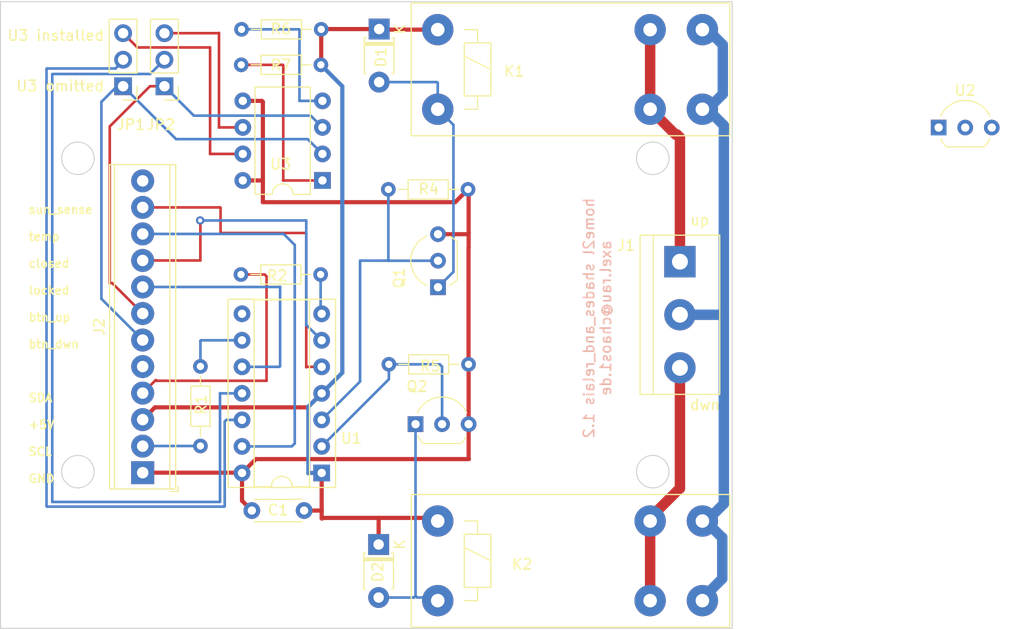
<source format=kicad_pcb>
(kicad_pcb (version 20240108) (generator "pcbnew") (generator_version "8.0")
  (title_block (title "home2l shades_and_relais - Firmware: winl") (date "2023-01-30") (rev "1.2") (company "axel.rau@chaos1.de") (comment 1 "Design based on https://github.com/gkiefer/home2l/tree/master/brownies/circuits") (comment 2 "The home2l Project: https://github.com/gkiefer/home2l") (comment 3 "This project: https://github.com/mc3/home2l") (comment 4 "Combienes a Brownie and 2 relais as schade actors"))
  (layers (0 "F.Cu" signal) (31 "B.Cu" signal) (34 "B.Paste" user) (35 "F.Paste" user) (36 "B.SilkS" user "B.Silkscreen") (37 "F.SilkS" user "F.Silkscreen") (38 "B.Mask" user) (39 "F.Mask" user) (44 "Edge.Cuts" user))
  (net 0 "")
  (net 1 "GND")
  (net 2 "/SDA")
  (net 3 "/SCL")
  (net 4 "+5V")
  (net 5 "Net-(D1-Pad2)")
  (net 6 "/dwn")
  (net 7 "/shades_0_act_up")
  (net 8 "/shades_0_act_dn")
  (net 11 "/line_pwr_in")
  (net 12 "/window_closed")
  (net 13 "/window_locked")
  (net 14 "/shades_0_btn_up")
  (net 15 "/shades_0_btn_dn")
  (net 16 "/temp")
  (net 20 "/line_pwr_up")
  (net 21 "/line_pwr_dwn")
  (net 22 "/shades_btn_dn")
  (net 23 "Net-(JP1-Pad3)")
  (net 24 "/shades_btn_up")
  (net 25 "Net-(JP2-Pad3)")
  (net 26 "Net-(R6-Pad2)")
  (net 27 "Net-(R7-Pad2)")
  (net 28 "/shades_0_sun_sense")
  (net 30 "/scl")
  (net 31 "/sda")
  (footprint "Package_DIP:DIP-8_W7.62mm" (layer "F.Cu") (at 62.1 111.02 180)
    (property "Reference" "U3" (at 4.01 1.57 0) (layer "F.SilkS"))
    (property "Value" "ILD74")
    (fp_line (start 6.46 8.95) (end 6.46 -1.33) (stroke (width 0.12)) (layer "F.SilkS"))
    (fp_line (start 6.46 -1.33) (end 4.81 -1.33) (stroke (width 0.12)) (layer "F.SilkS"))
    (fp_line (start 2.81 -1.33) (end 1.16 -1.33) (stroke (width 0.12)) (layer "F.SilkS"))
    (fp_line (start 1.16 8.95) (end 6.46 8.95) (stroke (width 0.12)) (layer "F.SilkS"))
    (fp_line (start 1.16 -1.33) (end 1.16 8.95) (stroke (width 0.12)) (layer "F.SilkS"))
    (fp_arc (start 4.81 -1.33) (mid 3.81 -0.33) (end 2.81 -1.33) (stroke (width 0.12)) (layer "F.SilkS"))
    (pad "1" thru_hole rect (at 0 0 180) (size 1.6 1.6) (drill 0.8) (layers "*.Cu" "*.Mask") (net 27 "Net-(R7-Pad2)"))
    (pad "2" thru_hole oval (at 0 2.54 180) (size 1.6 1.6) (drill 0.8) (layers "*.Cu" "*.Mask") (net 22 "/shades_btn_dn"))
    (pad "3" thru_hole oval (at 0 5.08 180) (size 1.6 1.6) (drill 0.8) (layers "*.Cu" "*.Mask") (net 24 "/shades_btn_up"))
    (pad "4" thru_hole oval (at 0 7.62 180) (size 1.6 1.6) (drill 0.8) (layers "*.Cu" "*.Mask") (net 26 "Net-(R6-Pad2)"))
    (pad "5" thru_hole oval (at 7.62 7.62 180) (size 1.6 1.6) (drill 0.8) (layers "*.Cu" "*.Mask") (net 1 "GND"))
    (pad "6" thru_hole oval (at 7.62 5.08 180) (size 1.6 1.6) (drill 0.8) (layers "*.Cu" "*.Mask") (net 25 "Net-(JP2-Pad3)"))
    (pad "7" thru_hole oval (at 7.62 2.54 180) (size 1.6 1.6) (drill 0.8) (layers "*.Cu" "*.Mask") (net 23 "Net-(JP1-Pad3)"))
    (pad "8" thru_hole oval (at 7.62 0 180) (size 1.6 1.6) (drill 0.8) (layers "*.Cu" "*.Mask") (net 1 "GND"))
  )
  (footprint "Relay_THT:Relay_SPST_Schrack-RP-II-1-16A-FormA_RM5mm" (layer "F.Cu") (at 73.13 143.63)
    (property "Reference" "K2" (at 8.07 4.14 0) (layer "F.SilkS"))
    (property "Value" "HF115F 005-1HS3B")
    (fp_line (start -2.54 -2.54) (end 27.94 -2.54) (stroke (width 0.12)) (layer "F.SilkS"))
    (fp_line (start -2.54 10.16) (end -2.54 -2.54) (stroke (width 0.12)) (layer "F.SilkS"))
    (fp_line (start 2.54 0) (end 3.81 0) (stroke (width 0.12)) (layer "F.SilkS"))
    (fp_line (start 2.54 1.27) (end 3.81 1.27) (stroke (width 0.12)) (layer "F.SilkS"))
    (fp_line (start 2.54 2.54) (end 5.08 3.81) (stroke (width 0.12)) (layer "F.SilkS"))
    (fp_line (start 2.54 6.35) (end 2.54 1.27) (stroke (width 0.12)) (layer "F.SilkS"))
    (fp_line (start 3.81 0) (end 3.81 1.27) (stroke (width 0.12)) (layer "F.SilkS"))
    (fp_line (start 3.81 1.27) (end 5.08 1.27) (stroke (width 0.12)) (layer "F.SilkS"))
    (fp_line (start 3.81 6.35) (end 3.81 7.62) (stroke (width 0.12)) (layer "F.SilkS"))
    (fp_line (start 3.81 7.62) (end 2.54 7.62) (stroke (width 0.12)) (layer "F.SilkS"))
    (fp_line (start 5.08 1.27) (end 5.08 6.35) (stroke (width 0.12)) (layer "F.SilkS"))
    (fp_line (start 5.08 6.35) (end 2.54 6.35) (stroke (width 0.12)) (layer "F.SilkS"))
    (fp_line (start 27.94 -2.54) (end 27.94 10.16) (stroke (width 0.12)) (layer "F.SilkS"))
    (fp_line (start 27.94 10.16) (end -2.54 10.16) (stroke (width 0.12)) (layer "F.SilkS"))
    (pad "11" thru_hole circle (at 20.32 0) (size 3 3) (drill 1.3) (layers "*.Cu" "*.Mask") (net 21 "/line_pwr_dwn"))
    (pad "11" thru_hole circle (at 20.32 7.62) (size 3 3) (drill 1.3) (layers "*.Cu" "*.Mask") (net 21 "/line_pwr_dwn"))
    (pad "14" thru_hole circle (at 25.32 0) (size 3 3) (drill 1.3) (layers "*.Cu" "*.Mask") (net 11 "/line_pwr_in"))
    (pad "14" thru_hole circle (at 25.32 7.62) (size 3 3) (drill 1.3) (layers "*.Cu" "*.Mask") (net 11 "/line_pwr_in"))
    (pad "A1" thru_hole circle (at 0 0) (size 3 3) (drill 1.3) (layers "*.Cu" "*.Mask") (net 4 "+5V"))
    (pad "A2" thru_hole circle (at 0 7.62) (size 3 3) (drill 1.3) (layers "*.Cu" "*.Mask") (net 6 "/dwn"))
  )
  (footprint "Diode_THT:D_T-1_P5.08mm_Horizontal" (layer "F.Cu") (at 67.475 145.875 -90)
    (property "Reference" "D2" (at 2.64 0.08 90) (layer "F.SilkS"))
    (property "Value" "1N400X")
    (fp_line (start 0.82 1.42) (end 4.26 1.42) (stroke (width 0.12)) (layer "F.SilkS"))
    (fp_line (start 4.26 1.42) (end 4.26 1.24) (stroke (width 0.12)) (layer "F.SilkS"))
    (fp_line (start 0.82 1.24) (end 0.82 1.42) (stroke (width 0.12)) (layer "F.SilkS"))
    (fp_line (start 0.82 -1.24) (end 0.82 -1.42) (stroke (width 0.12)) (layer "F.SilkS"))
    (fp_line (start 0.82 -1.42) (end 4.26 -1.42) (stroke (width 0.12)) (layer "F.SilkS"))
    (fp_line (start 1.3 -1.42) (end 1.3 1.42) (stroke (width 0.12)) (layer "F.SilkS"))
    (fp_line (start 1.42 -1.42) (end 1.42 1.42) (stroke (width 0.12)) (layer "F.SilkS"))
    (fp_line (start 1.54 -1.42) (end 1.54 1.42) (stroke (width 0.12)) (layer "F.SilkS"))
    (fp_line (start 4.26 -1.42) (end 4.26 -1.24) (stroke (width 0.12)) (layer "F.SilkS"))
    (fp_text user "K" (at 0 -2 90) (layer "F.SilkS"))
    (pad "1" thru_hole rect (at 0 0 270) (size 2 2) (drill 1) (layers "*.Cu" "*.Mask") (net 4 "+5V"))
    (pad "2" thru_hole oval (at 5.08 0 270) (size 2 2) (drill 1) (layers "*.Cu" "*.Mask") (net 6 "/dwn"))
  )
  (footprint "Resistor_THT:R_Axial_DIN0204_L3.6mm_D1.6mm_P7.62mm_Horizontal" (layer "F.Cu") (at 76.025 111.875 180)
    (property "Reference" "R4" (at 3.76 0.03 0) (layer "F.SilkS"))
    (property "Value" "47k")
    (fp_line (start 6.68 0) (end 5.73 0) (stroke (width 0.12)) (layer "F.SilkS"))
    (fp_line (start 5.73 0.92) (end 5.73 -0.92) (stroke (width 0.12)) (layer "F.SilkS"))
    (fp_line (start 5.73 -0.92) (end 1.89 -0.92) (stroke (width 0.12)) (layer "F.SilkS"))
    (fp_line (start 1.89 0.92) (end 5.73 0.92) (stroke (width 0.12)) (layer "F.SilkS"))
    (fp_line (start 1.89 -0.92) (end 1.89 0.92) (stroke (width 0.12)) (layer "F.SilkS"))
    (fp_line (start 0.94 0) (end 1.89 0) (stroke (width 0.12)) (layer "F.SilkS"))
    (pad "1" thru_hole circle (at 0 0 180) (size 1.4 1.4) (drill 0.7) (layers "*.Cu" "*.Mask") (net 1 "GND"))
    (pad "2" thru_hole oval (at 7.62 0 180) (size 1.4 1.4) (drill 0.7) (layers "*.Cu" "*.Mask") (net 7 "/shades_0_act_up"))
  )
  (footprint "Package_TO_SOT_THT:TO-92_Inline_Wide" (layer "F.Cu") (at 73.155 121.245 90)
    (property "Reference" "Q1" (at 0.89 -3.71 90) (layer "F.SilkS"))
    (property "Value" "BS170")
    (fp_line (start 0.74 1.85) (end 4.34 1.85) (stroke (width 0.12)) (layer "F.SilkS"))
    (fp_arc (start 2.54 -2.6) (mid 3.936979 -2.192818) (end 4.8964 -1.098807) (stroke (width 0.12)) (layer "F.SilkS"))
    (fp_arc (start 0.1836 -1.098807) (mid 1.143021 -2.192817) (end 2.54 -2.6) (stroke (width 0.12)) (layer "F.SilkS"))
    (fp_arc (start 4.864184 1.122795) (mid 4.633903 1.509328) (end 4.34 1.85) (stroke (width 0.12)) (layer "F.SilkS"))
    (fp_arc (start 0.74 1.85) (mid 0.446097 1.509328) (end 0.215816 1.122795) (stroke (width 0.12)) (layer "F.SilkS"))
    (pad "1" thru_hole rect (at 0 0 90) (size 1.5 1.5) (drill 0.8) (layers "*.Cu" "*.Mask") (net 5 "Net-(D1-Pad2)"))
    (pad "2" thru_hole circle (at 2.54 0 90) (size 1.5 1.5) (drill 0.8) (layers "*.Cu" "*.Mask") (net 7 "/shades_0_act_up"))
    (pad "3" thru_hole circle (at 5.08 0 90) (size 1.5 1.5) (drill 0.8) (layers "*.Cu" "*.Mask") (net 1 "GND"))
  )
  (footprint "Resistor_THT:R_Axial_DIN0204_L3.6mm_D1.6mm_P7.62mm_Horizontal" (layer "F.Cu") (at 61.98 96.55 180)
    (property "Reference" "R6" (at 3.86 0.03 0) (layer "F.SilkS"))
    (property "Value" "180")
    (fp_line (start 6.68 0) (end 5.73 0) (stroke (width 0.12)) (layer "F.SilkS"))
    (fp_line (start 5.73 0.92) (end 5.73 -0.92) (stroke (width 0.12)) (layer "F.SilkS"))
    (fp_line (start 5.73 -0.92) (end 1.89 -0.92) (stroke (width 0.12)) (layer "F.SilkS"))
    (fp_line (start 1.89 0.92) (end 5.73 0.92) (stroke (width 0.12)) (layer "F.SilkS"))
    (fp_line (start 1.89 -0.92) (end 1.89 0.92) (stroke (width 0.12)) (layer "F.SilkS"))
    (fp_line (start 0.94 0) (end 1.89 0) (stroke (width 0.12)) (layer "F.SilkS"))
    (pad "1" thru_hole circle (at 0 0 180) (size 1.4 1.4) (drill 0.7) (layers "*.Cu" "*.Mask") (net 4 "+5V"))
    (pad "2" thru_hole oval (at 7.62 0 180) (size 1.4 1.4) (drill 0.7) (layers "*.Cu" "*.Mask") (net 26 "Net-(R6-Pad2)"))
  )
  (footprint "TerminalBlock_Phoenix:TerminalBlock_Phoenix_MPT-0,5-12-2.54_1x12_P2.54mm_Horizontal" (layer "F.Cu") (at 44.9 139 90)
    (property "Reference" "J2" (at 13.97 -4.16 90) (layer "F.SilkS"))
    (property "Value" " ")
    (fp_line (start 29.501 -3.16) (end 29.501 3.16) (stroke (width 0.12)) (layer "F.SilkS"))
    (fp_line (start -1.56 -3.16) (end 29.501 -3.16) (stroke (width 0.12)) (layer "F.SilkS"))
    (fp_line (start -1.56 -3.16) (end -1.56 3.16) (stroke (width 0.12)) (layer "F.SilkS"))
    (fp_line (start -1.56 -2.7) (end 29.501 -2.7) (stroke (width 0.12)) (layer "F.SilkS"))
    (fp_line (start -1.56 2.6) (end 29.501 2.6) (stroke (width 0.12)) (layer "F.SilkS"))
    (fp_line (start -1.8 2.66) (end -1.8 3.4) (stroke (width 0.12)) (layer "F.SilkS"))
    (fp_line (start -1.56 3.16) (end 29.501 3.16) (stroke (width 0.12)) (layer "F.SilkS"))
    (fp_line (start -1.8 3.4) (end -1.3 3.4) (stroke (width 0.12)) (layer "F.SilkS"))
    (pad "1" thru_hole rect (at 0 0 90) (size 2.2 2.2) (drill 1.1) (layers "*.Cu" "*.Mask") (net 1 "GND"))
    (pad "2" thru_hole circle (at 2.54 0 90) (size 2.2 2.2) (drill 1.1) (layers "*.Cu" "*.Mask") (net 30 "/scl"))
    (pad "3" thru_hole circle (at 5.08 0 90) (size 2.2 2.2) (drill 1.1) (layers "*.Cu" "*.Mask") (net 4 "+5V"))
    (pad "4" thru_hole circle (at 7.62 0 90) (size 2.2 2.2) (drill 1.1) (layers "*.Cu" "*.Mask") (net 31 "/sda"))
    (pad "5" thru_hole circle (at 10.16 0 90) (size 2.2 2.2) (drill 1.1) (layers "*.Cu" "*.Mask"))
    (pad "6" thru_hole circle (at 12.7 0 90) (size 2.2 2.2) (drill 1.1) (layers "*.Cu" "*.Mask") (net 22 "/shades_btn_dn"))
    (pad "7" thru_hole circle (at 15.24 0 90) (size 2.2 2.2) (drill 1.1) (layers "*.Cu" "*.Mask") (net 24 "/shades_btn_up"))
    (pad "8" thru_hole circle (at 17.78 0 90) (size 2.2 2.2) (drill 1.1) (layers "*.Cu" "*.Mask") (net 13 "/window_locked"))
    (pad "9" thru_hole circle (at 20.32 0 90) (size 2.2 2.2) (drill 1.1) (layers "*.Cu" "*.Mask") (net 12 "/window_closed"))
    (pad "10" thru_hole circle (at 22.86 0 90) (size 2.2 2.2) (drill 1.1) (layers "*.Cu" "*.Mask") (net 16 "/temp"))
    (pad "11" thru_hole circle (at 25.4 0 90) (size 2.2 2.2) (drill 1.1) (layers "*.Cu" "*.Mask") (net 28 "/shades_0_sun_sense"))
    (pad "12" thru_hole circle (at 27.94 0 90) (size 2.2 2.2) (drill 1.1) (layers "*.Cu" "*.Mask"))
  )
  (footprint "Package_DIP:DIP-14_W7.62mm_Socket" (layer "F.Cu") (at 62.025 139.025 180)
    (property "Reference" "U1" (at -2.84 3.32 0) (layer "F.SilkS"))
    (property "Value" "ATtiny84-20PU")
    (fp_line (start 8.95 16.63) (end 8.95 -1.39) (stroke (width 0.12)) (layer "F.SilkS"))
    (fp_line (start 8.95 -1.39) (end -1.33 -1.39) (stroke (width 0.12)) (layer "F.SilkS"))
    (fp_line (start 6.46 16.57) (end 6.46 -1.33) (stroke (width 0.12)) (layer "F.SilkS"))
    (fp_line (start 6.46 -1.33) (end 4.81 -1.33) (stroke (width 0.12)) (layer "F.SilkS"))
    (fp_line (start 2.81 -1.33) (end 1.16 -1.33) (stroke (width 0.12)) (layer "F.SilkS"))
    (fp_line (start 1.16 16.57) (end 6.46 16.57) (stroke (width 0.12)) (layer "F.SilkS"))
    (fp_line (start 1.16 -1.33) (end 1.16 16.57) (stroke (width 0.12)) (layer "F.SilkS"))
    (fp_line (start -1.33 16.63) (end 8.95 16.63) (stroke (width 0.12)) (layer "F.SilkS"))
    (fp_line (start -1.33 -1.39) (end -1.33 16.63) (stroke (width 0.12)) (layer "F.SilkS"))
    (fp_arc (start 4.81 -1.33) (mid 3.81 -0.33) (end 2.81 -1.33) (stroke (width 0.12)) (layer "F.SilkS"))
    (pad "1" thru_hole rect (at 0 0 180) (size 1.6 1.6) (drill 0.8) (layers "*.Cu" "*.Mask") (net 4 "+5V"))
    (pad "2" thru_hole oval (at 0 2.54 180) (size 1.6 1.6) (drill 0.8) (layers "*.Cu" "*.Mask") (net 8 "/shades_0_act_dn"))
    (pad "3" thru_hole oval (at 0 5.08 180) (size 1.6 1.6) (drill 0.8) (layers "*.Cu" "*.Mask") (net 7 "/shades_0_act_up"))
    (pad "4" thru_hole oval (at 0 7.62 180) (size 1.6 1.6) (drill 0.8) (layers "*.Cu" "*.Mask") (net 4 "+5V"))
    (pad "5" thru_hole oval (at 0 10.16 180) (size 1.6 1.6) (drill 0.8) (layers "*.Cu" "*.Mask") (net 28 "/shades_0_sun_sense"))
    (pad "6" thru_hole oval (at 0 12.7 180) (size 1.6 1.6) (drill 0.8) (layers "*.Cu" "*.Mask") (net 12 "/window_closed"))
    (pad "7" thru_hole oval (at 0 15.24 180) (size 1.6 1.6) (drill 0.8) (layers "*.Cu" "*.Mask") (net 2 "/SDA"))
    (pad "8" thru_hole oval (at 7.62 15.24 180) (size 1.6 1.6) (drill 0.8) (layers "*.Cu" "*.Mask"))
    (pad "9" thru_hole oval (at 7.62 12.7 180) (size 1.6 1.6) (drill 0.8) (layers "*.Cu" "*.Mask") (net 3 "/SCL"))
    (pad "10" thru_hole oval (at 7.62 10.16 180) (size 1.6 1.6) (drill 0.8) (layers "*.Cu" "*.Mask") (net 13 "/window_locked"))
    (pad "11" thru_hole oval (at 7.62 7.62 180) (size 1.6 1.6) (drill 0.8) (layers "*.Cu" "*.Mask") (net 14 "/shades_0_btn_up"))
    (pad "12" thru_hole oval (at 7.62 5.08 180) (size 1.6 1.6) (drill 0.8) (layers "*.Cu" "*.Mask") (net 15 "/shades_0_btn_dn"))
    (pad "13" thru_hole oval (at 7.62 2.54 180) (size 1.6 1.6) (drill 0.8) (layers "*.Cu" "*.Mask") (net 16 "/temp"))
    (pad "14" thru_hole oval (at 7.62 0 180) (size 1.6 1.6) (drill 0.8) (layers "*.Cu" "*.Mask") (net 1 "GND"))
  )
  (footprint "Connector_PinHeader_2.54mm:PinHeader_1x03_P2.54mm_Vertical" (layer "F.Cu") (at 43.03 102 180)
    (property "Reference" "JP1" (at -0.75 -3.68 0) (layer "F.SilkS"))
    (property "Value" " ")
    (fp_line (start 1.33 1.27) (end 1.33 6.41) (stroke (width 0.12)) (layer "F.SilkS"))
    (fp_line (start -1.33 6.41) (end 1.33 6.41) (stroke (width 0.12)) (layer "F.SilkS"))
    (fp_line (start -1.33 1.27) (end 1.33 1.27) (stroke (width 0.12)) (layer "F.SilkS"))
    (fp_line (start -1.33 1.27) (end -1.33 6.41) (stroke (width 0.12)) (layer "F.SilkS"))
    (fp_line (start -1.33 0) (end -1.33 -1.33) (stroke (width 0.12)) (layer "F.SilkS"))
    (fp_line (start -1.33 -1.33) (end 0 -1.33) (stroke (width 0.12)) (layer "F.SilkS"))
    (pad "1" thru_hole rect (at 0 0 180) (size 1.7 1.7) (drill 1) (layers "*.Cu" "*.Mask") (net 22 "/shades_btn_dn"))
    (pad "2" thru_hole oval (at 0 2.54 180) (size 1.7 1.7) (drill 1) (layers "*.Cu" "*.Mask") (net 15 "/shades_0_btn_dn"))
    (pad "3" thru_hole oval (at 0 5.08 180) (size 1.7 1.7) (drill 1) (layers "*.Cu" "*.Mask") (net 23 "Net-(JP1-Pad3)"))
  )
  (footprint "Package_TO_SOT_THT:TO-92_Inline_Wide" (layer "F.Cu") (at 121.055 105.955)
    (property "Reference" "U2" (at 2.54 -3.56 0) (layer "F.SilkS"))
    (property "Value" "TSIC306-TO92")
    (fp_line (start 0.74 1.85) (end 4.34 1.85) (stroke (width 0.12)) (layer "F.SilkS"))
    (fp_arc (start 0.1836 -1.098807) (mid 1.143021 -2.192817) (end 2.54 -2.6) (stroke (width 0.12)) (layer "F.SilkS"))
    (fp_arc (start 0.74 1.85) (mid 0.446097 1.509328) (end 0.215816 1.122795) (stroke (width 0.12)) (layer "F.SilkS"))
    (fp_arc (start 2.54 -2.6) (mid 3.936979 -2.192818) (end 4.8964 -1.098807) (stroke (width 0.12)) (layer "F.SilkS"))
    (fp_arc (start 4.864184 1.122795) (mid 4.633903 1.509328) (end 4.34 1.85) (stroke (width 0.12)) (layer "F.SilkS"))
    (pad "1" thru_hole rect (at 0 0) (size 1.5 1.5) (drill 0.8) (layers "*.Cu" "*.Mask"))
    (pad "2" thru_hole circle (at 2.54 0) (size 1.5 1.5) (drill 0.8) (layers "*.Cu" "*.Mask"))
    (pad "3" thru_hole circle (at 5.08 0) (size 1.5 1.5) (drill 0.8) (layers "*.Cu" "*.Mask"))
  )
  (footprint "Package_TO_SOT_THT:TO-92_Inline_Wide" (layer "F.Cu") (at 71.005 134.355)
    (property "Reference" "Q2" (at 0.14 -3.61 0) (layer "F.SilkS"))
    (property "Value" "BS170")
    (fp_line (start 0.74 1.85) (end 4.34 1.85) (stroke (width 0.12)) (layer "F.SilkS"))
    (fp_arc (start 0.1836 -1.098807) (mid 1.143021 -2.192817) (end 2.54 -2.6) (stroke (width 0.12)) (layer "F.SilkS"))
    (fp_arc (start 0.74 1.85) (mid 0.446097 1.509328) (end 0.215816 1.122795) (stroke (width 0.12)) (layer "F.SilkS"))
    (fp_arc (start 2.54 -2.6) (mid 3.936979 -2.192818) (end 4.8964 -1.098807) (stroke (width 0.12)) (layer "F.SilkS"))
    (fp_arc (start 4.864184 1.122795) (mid 4.633903 1.509328) (end 4.34 1.85) (stroke (width 0.12)) (layer "F.SilkS"))
    (pad "1" thru_hole rect (at 0 0) (size 1.5 1.5) (drill 0.8) (layers "*.Cu" "*.Mask") (net 6 "/dwn"))
    (pad "2" thru_hole circle (at 2.54 0) (size 1.5 1.5) (drill 0.8) (layers "*.Cu" "*.Mask") (net 8 "/shades_0_act_dn"))
    (pad "3" thru_hole circle (at 5.08 0) (size 1.5 1.5) (drill 0.8) (layers "*.Cu" "*.Mask") (net 1 "GND"))
  )
  (footprint "Resistor_THT:R_Axial_DIN0204_L3.6mm_D1.6mm_P7.62mm_Horizontal" (layer "F.Cu") (at 76.075 128.625 180)
    (property "Reference" "R5" (at 3.66 -0.17 0) (layer "F.SilkS"))
    (property "Value" "47k")
    (fp_line (start 6.68 0) (end 5.73 0) (stroke (width 0.12)) (layer "F.SilkS"))
    (fp_line (start 5.73 0.92) (end 5.73 -0.92) (stroke (width 0.12)) (layer "F.SilkS"))
    (fp_line (start 5.73 -0.92) (end 1.89 -0.92) (stroke (width 0.12)) (layer "F.SilkS"))
    (fp_line (start 1.89 0.92) (end 5.73 0.92) (stroke (width 0.12)) (layer "F.SilkS"))
    (fp_line (start 1.89 -0.92) (end 1.89 0.92) (stroke (width 0.12)) (layer "F.SilkS"))
    (fp_line (start 0.94 0) (end 1.89 0) (stroke (width 0.12)) (layer "F.SilkS"))
    (pad "1" thru_hole circle (at 0 0 180) (size 1.4 1.4) (drill 0.7) (layers "*.Cu" "*.Mask") (net 1 "GND"))
    (pad "2" thru_hole oval (at 7.62 0 180) (size 1.4 1.4) (drill 0.7) (layers "*.Cu" "*.Mask") (net 8 "/shades_0_act_dn"))
  )
  (footprint "Connector_PinHeader_2.54mm:PinHeader_1x03_P2.54mm_Vertical" (layer "F.Cu") (at 46.98 102 180)
    (property "Reference" "JP2" (at 0.35 -3.68 180) (layer "F.SilkS"))
    (property "Value" " ")
    (fp_line (start 1.33 1.27) (end 1.33 6.41) (stroke (width 0.12)) (layer "F.SilkS"))
    (fp_line (start -1.33 6.41) (end 1.33 6.41) (stroke (width 0.12)) (layer "F.SilkS"))
    (fp_line (start -1.33 1.27) (end 1.33 1.27) (stroke (width 0.12)) (layer "F.SilkS"))
    (fp_line (start -1.33 1.27) (end -1.33 6.41) (stroke (width 0.12)) (layer "F.SilkS"))
    (fp_line (start -1.33 0) (end -1.33 -1.33) (stroke (width 0.12)) (layer "F.SilkS"))
    (fp_line (start -1.33 -1.33) (end 0 -1.33) (stroke (width 0.12)) (layer "F.SilkS"))
    (pad "1" thru_hole rect (at 0 0 180) (size 1.7 1.7) (drill 1) (layers "*.Cu" "*.Mask") (net 24 "/shades_btn_up"))
    (pad "2" thru_hole oval (at 0 2.54 180) (size 1.7 1.7) (drill 1) (layers "*.Cu" "*.Mask") (net 14 "/shades_0_btn_up"))
    (pad "3" thru_hole oval (at 0 5.08 180) (size 1.7 1.7) (drill 1) (layers "*.Cu" "*.Mask") (net 25 "Net-(JP2-Pad3)"))
  )
  (footprint "Resistor_THT:R_Axial_DIN0204_L3.6mm_D1.6mm_P7.62mm_Horizontal" (layer "F.Cu") (at 61.95 99.95 180)
    (property "Reference" "R7" (at 3.81 -0.02 0) (layer "F.SilkS"))
    (property "Value" "180")
    (fp_line (start 6.68 0) (end 5.73 0) (stroke (width 0.12)) (layer "F.SilkS"))
    (fp_line (start 5.73 0.92) (end 5.73 -0.92) (stroke (width 0.12)) (layer "F.SilkS"))
    (fp_line (start 5.73 -0.92) (end 1.89 -0.92) (stroke (width 0.12)) (layer "F.SilkS"))
    (fp_line (start 1.89 0.92) (end 5.73 0.92) (stroke (width 0.12)) (layer "F.SilkS"))
    (fp_line (start 1.89 -0.92) (end 1.89 0.92) (stroke (width 0.12)) (layer "F.SilkS"))
    (fp_line (start 0.94 0) (end 1.89 0) (stroke (width 0.12)) (layer "F.SilkS"))
    (pad "1" thru_hole circle (at 0 0 180) (size 1.4 1.4) (drill 0.7) (layers "*.Cu" "*.Mask") (net 4 "+5V"))
    (pad "2" thru_hole oval (at 7.62 0 180) (size 1.4 1.4) (drill 0.7) (layers "*.Cu" "*.Mask") (net 27 "Net-(R7-Pad2)"))
  )
  (footprint "Resistor_THT:R_Axial_DIN0204_L3.6mm_D1.6mm_P7.62mm_Horizontal" (layer "F.Cu") (at 50.425 128.825 -90)
    (property "Reference" "R1" (at 3.66 -0.07 90) (layer "F.SilkS"))
    (property "Value" "100")
    (fp_line (start 1.89 0.92) (end 5.73 0.92) (stroke (width 0.12)) (layer "F.SilkS"))
    (fp_line (start 5.73 0.92) (end 5.73 -0.92) (stroke (width 0.12)) (layer "F.SilkS"))
    (fp_line (start 0.94 0) (end 1.89 0) (stroke (width 0.12)) (layer "F.SilkS"))
    (fp_line (start 6.68 0) (end 5.73 0) (stroke (width 0.12)) (layer "F.SilkS"))
    (fp_line (start 1.89 -0.92) (end 1.89 0.92) (stroke (width 0.12)) (layer "F.SilkS"))
    (fp_line (start 5.73 -0.92) (end 1.89 -0.92) (stroke (width 0.12)) (layer "F.SilkS"))
    (pad "1" thru_hole circle (at 0 0 270) (size 1.4 1.4) (drill 0.7) (layers "*.Cu" "*.Mask") (net 3 "/SCL"))
    (pad "2" thru_hole oval (at 7.62 0 270) (size 1.4 1.4) (drill 0.7) (layers "*.Cu" "*.Mask") (net 30 "/scl"))
  )
  (footprint "Resistor_THT:R_Axial_DIN0204_L3.6mm_D1.6mm_P7.62mm_Horizontal" (layer "F.Cu") (at 61.925 120.025 180)
    (property "Reference" "R2" (at 4.16 -0.12 0) (layer "F.SilkS"))
    (property "Value" "100")
    (fp_line (start 6.68 0) (end 5.73 0) (stroke (width 0.12)) (layer "F.SilkS"))
    (fp_line (start 5.73 0.92) (end 5.73 -0.92) (stroke (width 0.12)) (layer "F.SilkS"))
    (fp_line (start 5.73 -0.92) (end 1.89 -0.92) (stroke (width 0.12)) (layer "F.SilkS"))
    (fp_line (start 1.89 0.92) (end 5.73 0.92) (stroke (width 0.12)) (layer "F.SilkS"))
    (fp_line (start 1.89 -0.92) (end 1.89 0.92) (stroke (width 0.12)) (layer "F.SilkS"))
    (fp_line (start 0.94 0) (end 1.89 0) (stroke (width 0.12)) (layer "F.SilkS"))
    (pad "1" thru_hole circle (at 0 0 180) (size 1.4 1.4) (drill 0.7) (layers "*.Cu" "*.Mask") (net 2 "/SDA"))
    (pad "2" thru_hole oval (at 7.62 0 180) (size 1.4 1.4) (drill 0.7) (layers "*.Cu" "*.Mask") (net 31 "/sda"))
  )
  (footprint "TerminalBlock:TerminalBlock_bornier-3_P5.08mm" (layer "F.Cu") (at 96.3 118.8 -90)
    (property "Reference" "J1" (at -1.55 5.15 180) (layer "F.SilkS"))
    (property "Value" " ")
    (fp_line (start -2.54 3.81) (end 12.7 3.81) (stroke (width 0.12)) (layer "F.SilkS"))
    (fp_line (start -2.54 3.81) (end -2.54 -3.81) (stroke (width 0.12)) (layer "F.SilkS"))
    (fp_line (start 12.7 3.81) (end 12.7 -3.81) (stroke (width 0.12)) (layer "F.SilkS"))
    (fp_line (start -2.54 2.54) (end 12.7 2.54) (stroke (width 0.12)) (layer "F.SilkS"))
    (fp_line (start -2.54 -3.81) (end 12.7 -3.81) (stroke (width 0.12)) (layer "F.SilkS"))
    (pad "1" thru_hole rect (at 0 0 270) (size 3 3) (drill 1.52) (layers "*.Cu" "*.Mask") (net 20 "/line_pwr_up"))
    (pad "2" thru_hole circle (at 5.08 0 270) (size 3 3) (drill 1.52) (layers "*.Cu" "*.Mask") (net 11 "/line_pwr_in"))
    (pad "3" thru_hole circle (at 10.16 0 270) (size 3 3) (drill 1.52) (layers "*.Cu" "*.Mask") (net 21 "/line_pwr_dwn"))
  )
  (footprint "Diode_THT:D_T-1_P5.08mm_Horizontal" (layer "F.Cu") (at 67.525 96.525 -90)
    (property "Reference" "D1" (at 2.69 -0.17 90) (layer "F.SilkS"))
    (property "Value" "1N400X")
    (fp_line (start 0.82 1.42) (end 4.26 1.42) (stroke (width 0.12)) (layer "F.SilkS"))
    (fp_line (start 4.26 1.42) (end 4.26 1.24) (stroke (width 0.12)) (layer "F.SilkS"))
    (fp_line (start 0.82 1.24) (end 0.82 1.42) (stroke (width 0.12)) (layer "F.SilkS"))
    (fp_line (start 0.82 -1.24) (end 0.82 -1.42) (stroke (width 0.12)) (layer "F.SilkS"))
    (fp_line (start 0.82 -1.42) (end 4.26 -1.42) (stroke (width 0.12)) (layer "F.SilkS"))
    (fp_line (start 1.3 -1.42) (end 1.3 1.42) (stroke (width 0.12)) (layer "F.SilkS"))
    (fp_line (start 1.42 -1.42) (end 1.42 1.42) (stroke (width 0.12)) (layer "F.SilkS"))
    (fp_line (start 1.54 -1.42) (end 1.54 1.42) (stroke (width 0.12)) (layer "F.SilkS"))
    (fp_line (start 4.26 -1.42) (end 4.26 -1.24) (stroke (width 0.12)) (layer "F.SilkS"))
    (fp_text user "K" (at 0 -2 90) (layer "F.SilkS"))
    (pad "1" thru_hole rect (at 0 0 270) (size 2 2) (drill 1) (layers "*.Cu" "*.Mask") (net 4 "+5V"))
    (pad "2" thru_hole oval (at 5.08 0 270) (size 2 2) (drill 1) (layers "*.Cu" "*.Mask") (net 5 "Net-(D1-Pad2)"))
  )
  (footprint "Relay_THT:Relay_SPST_Schrack-RP-II-1-16A-FormA_RM5mm" (layer "F.Cu") (at 73.13 96.58)
    (property "Reference" "K1" (at 7.32 3.99 0) (layer "F.SilkS"))
    (property "Value" "HF115F 005-1HS3B")
    (fp_line (start -2.54 -2.54) (end 27.94 -2.54) (stroke (width 0.12)) (layer "F.SilkS"))
    (fp_line (start -2.54 10.16) (end -2.54 -2.54) (stroke (width 0.12)) (layer "F.SilkS"))
    (fp_line (start 2.54 0) (end 3.81 0) (stroke (width 0.12)) (layer "F.SilkS"))
    (fp_line (start 2.54 1.27) (end 3.81 1.27) (stroke (width 0.12)) (layer "F.SilkS"))
    (fp_line (start 2.54 2.54) (end 5.08 3.81) (stroke (width 0.12)) (layer "F.SilkS"))
    (fp_line (start 2.54 6.35) (end 2.54 1.27) (stroke (width 0.12)) (layer "F.SilkS"))
    (fp_line (start 3.81 0) (end 3.81 1.27) (stroke (width 0.12)) (layer "F.SilkS"))
    (fp_line (start 3.81 1.27) (end 5.08 1.27) (stroke (width 0.12)) (layer "F.SilkS"))
    (fp_line (start 3.81 6.35) (end 3.81 7.62) (stroke (width 0.12)) (layer "F.SilkS"))
    (fp_line (start 3.81 7.62) (end 2.54 7.62) (stroke (width 0.12)) (layer "F.SilkS"))
    (fp_line (start 5.08 1.27) (end 5.08 6.35) (stroke (width 0.12)) (layer "F.SilkS"))
    (fp_line (start 5.08 6.35) (end 2.54 6.35) (stroke (width 0.12)) (layer "F.SilkS"))
    (fp_line (start 27.94 -2.54) (end 27.94 10.16) (stroke (width 0.12)) (layer "F.SilkS"))
    (fp_line (start 27.94 10.16) (end -2.54 10.16) (stroke (width 0.12)) (layer "F.SilkS"))
    (pad "11" thru_hole circle (at 20.32 0) (size 3 3) (drill 1.3) (layers "*.Cu" "*.Mask") (net 20 "/line_pwr_up"))
    (pad "11" thru_hole circle (at 20.32 7.62) (size 3 3) (drill 1.3) (layers "*.Cu" "*.Mask") (net 20 "/line_pwr_up"))
    (pad "14" thru_hole circle (at 25.32 0) (size 3 3) (drill 1.3) (layers "*.Cu" "*.Mask") (net 11 "/line_pwr_in"))
    (pad "14" thru_hole circle (at 25.32 7.62) (size 3 3) (drill 1.3) (layers "*.Cu" "*.Mask") (net 11 "/line_pwr_in"))
    (pad "A1" thru_hole circle (at 0 0) (size 3 3) (drill 1.3) (layers "*.Cu" "*.Mask") (net 4 "+5V"))
    (pad "A2" thru_hole circle (at 0 7.62) (size 3 3) (drill 1.3) (layers "*.Cu" "*.Mask") (net 5 "Net-(D1-Pad2)"))
  )
  (footprint "Capacitor_THT:C_Disc_D4.3mm_W1.9mm_P5.00mm" (layer "F.Cu") (at 60.345 142.625 180)
    (property "Reference" "C1" (at 2.5 0.05 0) (layer "F.SilkS"))
    (property "Value" "100nF")
    (fp_line (start 4.77 1.055) (end 4.77 1.07) (stroke (width 0.12)) (layer "F.SilkS"))
    (fp_line (start 4.77 -1.07) (end 4.77 -1.055) (stroke (width 0.12)) (layer "F.SilkS"))
    (fp_line (start 0.23 1.07) (end 4.77 1.07) (stroke (width 0.12)) (layer "F.SilkS"))
    (fp_line (start 0.23 1.055) (end 0.23 1.07) (stroke (width 0.12)) (layer "F.SilkS"))
    (fp_line (start 0.23 -1.07) (end 4.77 -1.07) (stroke (width 0.12)) (layer "F.SilkS"))
    (fp_line (start 0.23 -1.07) (end 0.23 -1.055) (stroke (width 0.12)) (layer "F.SilkS"))
    (pad "1" thru_hole circle (at 0 0 180) (size 1.6 1.6) (drill 0.8) (layers "*.Cu" "*.Mask") (net 4 "+5V"))
    (pad "2" thru_hole circle (at 5 0 180) (size 1.6 1.6) (drill 0.8) (layers "*.Cu" "*.Mask") (net 1 "GND"))
  )
  (gr_circle (center 38.7 138.9) (end 39.8 137.8) (stroke (width 0.1)) (fill none) (layer "Edge.Cuts"))
  (gr_circle (center 93.7 138.9) (end 94.8 137.8) (stroke (width 0.1)) (fill none) (layer "Edge.Cuts"))
  (gr_line (start 101.3 153.9) (end 31.3 153.9) (stroke (width 0.1)) (layer "Edge.Cuts"))
  (gr_line (start 31.3 93.9) (end 101.3 93.9) (stroke (width 0.1)) (layer "Edge.Cuts"))
  (gr_line (start 31.3 93.9) (end 31.3 153.9) (stroke (width 0.1)) (layer "Edge.Cuts"))
  (gr_line (start 101.3 93.9) (end 101.3 153.9) (stroke (width 0.1)) (layer "Edge.Cuts"))
  (gr_circle (center 93.7 108.9) (end 94.8 107.8) (stroke (width 0.1)) (fill none) (layer "Edge.Cuts"))
  (gr_circle (center 38.7 108.9) (end 39.8 107.8) (stroke (width 0.1)) (fill none) (layer "Edge.Cuts"))
  (gr_text "home2l shades_and_relais 1.2\naxel.rau@chaos1.de" (at 88.4 124.2 90) (layer "B.SilkS") (effects (font (size 1 1)) (justify mirror)))
  (gr_text "\n\nsun_sense\n\ntemp\n\nclosed\n\nlocked\n\nbtn_up\n\nbtn_dwn\n\n\n\nSDA\n\n+5V\n\nSCL\n\nGND" (at 33.9 125.4 0) (layer "F.SilkS") (effects (font (size 0.8 0.8)) (justify left)))
  (gr_text "up" (at 98.2 114.8 0) (layer "F.SilkS") (effects (font (size 1 1))))
  (gr_text "U3 installed\n\n\nU3 omitted" (at 41.3 99.55 0) (layer "F.SilkS") (effects (font (size 1 1)) (justify right)))
  (gr_text "dwn\n" (at 98.7 132.5 0) (layer "F.SilkS") (effects (font (size 1 1))))
  (segment (start 76.075 128.625) (end 76.075 117.455) (width 0.4) (layer "F.Cu") (net 1))
  (segment (start 56.4 113.1) (end 74.8 113.1) (width 0.4) (layer "F.Cu") (net 1))
  (segment (start 44.9 139) (end 54.38 139) (width 0.4) (layer "F.Cu") (net 1))
  (segment (start 54.405 139.025) (end 55.73 137.7) (width 0.4) (layer "F.Cu") (net 1))
  (segment (start 76.085 134.355) (end 76.085 128.635) (width 0.4) (layer "F.Cu") (net 1))
  (segment (start 54.48 111.02) (end 56.32 111.02) (width 0.4) (layer "F.Cu") (net 1))
  (segment (start 56.32 111.02) (end 56.4 111.1) (width 0.4) (layer "F.Cu") (net 1))
  (segment (start 54.38 139) (end 54.405 139.025) (width 0.4) (layer "F.Cu") (net 1))
  (segment (start 73.155 116.165) (end 75.955 116.165) (width 0.4) (layer "F.Cu") (net 1))
  (segment (start 74.8 113.1) (end 76.025 111.875) (width 0.4) (layer "F.Cu") (net 1))
  (segment (start 56.3 103.4) (end 56.4 103.5) (width 0.4) (layer "F.Cu") (net 1))
  (segment (start 54.48 103.4) (end 56.3 103.4) (width 0.4) (layer "F.Cu") (net 1))
  (segment (start 76.085 117.445) (end 76.085 116.035) (width 0.4) (layer "F.Cu") (net 1))
  (segment (start 75.955 116.165) (end 76.085 116.035) (width 0.4) (layer "F.Cu") (net 1))
  (segment (start 76.075 117.455) (end 76.085 117.445) (width 0.4) (layer "F.Cu") (net 1))
  (segment (start 76.1 137.7) (end 76.085 137.685) (width 0.4) (layer "F.Cu") (net 1))
  (segment (start 56.4 111.1) (end 56.4 113.1) (width 0.4) (layer "F.Cu") (net 1))
  (segment (start 55.73 137.7) (end 76.1 137.7) (width 0.4) (layer "F.Cu") (net 1))
  (segment (start 76.085 111.935) (end 76.025 111.875) (width 0.4) (layer "F.Cu") (net 1))
  (segment (start 54.405 141.685) (end 55.345 142.625) (width 0.4) (layer "F.Cu") (net 1))
  (segment (start 76.085 137.685) (end 76.085 134.355) (width 0.4) (layer "F.Cu") (net 1))
  (segment (start 54.405 139.025) (end 54.405 141.685) (width 0.4) (layer "F.Cu") (net 1))
  (segment (start 56.4 103.5) (end 56.4 111.1) (width 0.4) (layer "F.Cu") (net 1))
  (segment (start 76.085 128.635) (end 76.075 128.625) (width 0.4) (layer "F.Cu") (net 1))
  (segment (start 76.085 116.035) (end 76.085 111.935) (width 0.4) (layer "F.Cu") (net 1))
  (segment (start 61.925 123.685) (end 62.025 123.785) (width 0.25) (layer "B.Cu") (net 2))
  (segment (start 61.925 120.025) (end 61.925 123.685) (width 0.25) (layer "B.Cu") (net 2))
  (segment (start 50.475 126.325) (end 50.425 126.375) (width 0.25) (layer "B.Cu") (net 3))
  (segment (start 50.425 126.375) (end 50.425 128.825) (width 0.25) (layer "B.Cu") (net 3))
  (segment (start 54.405 126.325) (end 50.475 126.325) (width 0.25) (layer "B.Cu") (net 3))
  (segment (start 67.48 143.33) (end 62.12 143.33) (width 0.4) (layer "F.Cu") (net 4))
  (segment (start 67.58 96.58) (end 67.525 96.525) (width 0.4) (layer "F.Cu") (net 4))
  (segment (start 73.13 96.58) (end 67.58 96.58) (width 0.4) (layer "F.Cu") (net 4))
  (segment (start 67.475 143.335) (end 67.48 143.33) (width 0.4) (layer "F.Cu") (net 4))
  (segment (start 62.005 96.525) (end 61.98 96.55) (width 0.4) (layer "F.Cu") (net 4))
  (segment (start 73.13 143.33) (end 67.48 143.33) (width 0.4) (layer "F.Cu") (net 4))
  (segment (start 67.525 96.525) (end 62.005 96.525) (width 0.4) (layer "F.Cu") (net 4))
  (segment (start 62.05 143.4) (end 62.025 143.375) (width 0.4) (layer "F.Cu") (net 4))
  (segment (start 60.685 132.745) (end 62.025 131.405) (width 0.4) (layer "F.Cu") (net 4))
  (segment (start 62.025 142.625) (end 60.345 142.625) (width 0.4) (layer "F.Cu") (net 4))
  (segment (start 62.025 143.375) (end 62.025 142.625) (width 0.4) (layer "F.Cu") (net 4))
  (segment (start 46.075 132.745) (end 60.685 132.745) (width 0.4) (layer "F.Cu") (net 4))
  (segment (start 61.98 99.92) (end 61.95 99.95) (width 0.4) (layer "F.Cu") (net 4))
  (segment (start 44.9 133.92) (end 46.075 132.745) (width 0.4) (layer "F.Cu") (net 4))
  (segment (start 62.025 139.025) (end 62.025 142.625) (width 0.4) (layer "F.Cu") (net 4))
  (segment (start 61.98 96.55) (end 61.98 99.92) (width 0.4) (layer "F.Cu") (net 4))
  (segment (start 67.475 145.875) (end 67.475 143.335) (width 0.4) (layer "F.Cu") (net 4))
  (segment (start 60.75 139.05) (end 60.775 139.025) (width 0.4) (layer "B.Cu") (net 4))
  (segment (start 61.95 99.95) (end 64 102) (width 0.4) (layer "B.Cu") (net 4))
  (segment (start 64 102) (end 64 129.43) (width 0.4) (layer "B.Cu") (net 4))
  (segment (start 60.75 132.68) (end 60.75 139.05) (width 0.4) (layer "B.Cu") (net 4))
  (segment (start 64 129.43) (end 62.025 131.405) (width 0.4) (layer "B.Cu") (net 4))
  (segment (start 60.775 139.025) (end 62.025 139.025) (width 0.4) (layer "B.Cu") (net 4))
  (segment (start 62.025 131.405) (end 60.75 132.68) (width 0.4) (layer "B.Cu") (net 4))
  (segment (start 74.63 119.77) (end 73.155 121.245) (width 0.25) (layer "B.Cu") (net 5))
  (segment (start 73.055 101.605) (end 73.13 101.68) (width 0.25) (layer "B.Cu") (net 5))
  (segment (start 67.525 101.605) (end 73.055 101.605) (width 0.25) (layer "B.Cu") (net 5))
  (segment (start 73.13 104.2) (end 74.63 105.7) (width 0.25) (layer "B.Cu") (net 5))
  (segment (start 74.63 105.7) (end 74.63 119.77) (width 0.25) (layer "B.Cu") (net 5))
  (segment (start 73.13 101.68) (end 73.13 104.2) (width 0.25) (layer "B.Cu") (net 5))
  (segment (start 73.13 150.95) (end 71.16 150.95) (width 0.25) (layer "B.Cu") (net 6))
  (segment (start 71.005 150.795) (end 70.845 150.955) (width 0.25) (layer "B.Cu") (net 6))
  (segment (start 71.16 150.95) (end 71.005 150.795) (width 0.25) (layer "B.Cu") (net 6))
  (segment (start 70.845 150.955) (end 67.475 150.955) (width 0.25) (layer "B.Cu") (net 6))
  (segment (start 71.005 134.355) (end 71.005 150.795) (width 0.25) (layer "B.Cu") (net 6))
  (segment (start 68.405 111.875) (end 68.405 118.695) (width 0.25) (layer "B.Cu") (net 7))
  (segment (start 68.005 118.695) (end 68 118.7) (width 0.25) (layer "B.Cu") (net 7))
  (segment (start 68 118.7) (end 65.7 118.7) (width 0.25) (layer "B.Cu") (net 7))
  (segment (start 65.7 118.7) (end 65.7 130.27) (width 0.25) (layer "B.Cu") (net 7))
  (segment (start 68.405 118.705) (end 73.155 118.705) (width 0.25) (layer "B.Cu") (net 7))
  (segment (start 65.7 130.27) (end 62.025 133.945) (width 0.25) (layer "B.Cu") (net 7))
  (segment (start 68.405 118.695) (end 68.005 118.695) (width 0.25) (layer "B.Cu") (net 7))
  (segment (start 68.405 118.695) (end 68.4 118.7) (width 0.25) (layer "B.Cu") (net 7))
  (segment (start 68.4 118.7) (end 68.405 118.705) (width 0.25) (layer "B.Cu") (net 7))
  (segment (start 73.325 128.625) (end 68.455 128.625) (width 0.25) (layer "B.Cu") (net 8))
  (segment (start 73.545 128.845) (end 73.325 128.625) (width 0.25) (layer "B.Cu") (net 8))
  (segment (start 68.455 130.055) (end 68.455 128.625) (width 0.25) (layer "B.Cu") (net 8))
  (segment (start 62.025 136.485) (end 68.455 130.055) (width 0.25) (layer "B.Cu") (net 8))
  (segment (start 73.545 134.355) (end 73.545 128.845) (width 0.25) (layer "B.Cu") (net 8))
  (segment (start 96.3 123.88) (end 100.38 123.88) (width 1) (layer "B.Cu") (net 11))
  (segment (start 100.5 141.98) (end 98.95 143.53) (width 1) (layer "B.Cu") (net 11))
  (segment (start 98.95 96.58) (end 100.4 98.03) (width 1) (layer "B.Cu") (net 11))
  (segment (start 98.95 104.2) (end 100.5 105.75) (width 1) (layer "B.Cu") (net 11))
  (segment (start 100.35 145.2) (end 100.35 149.15) (width 1) (layer "B.Cu") (net 11))
  (segment (start 100.35 149.15) (end 98.65 150.85) (width 1) (layer "B.Cu") (net 11))
  (segment (start 100.4 98.03) (end 100.4 102.75) (width 1) (layer "B.Cu") (net 11))
  (segment (start 100.4 102.75) (end 98.95 104.2) (width 1) (layer "B.Cu") (net 11))
  (segment (start 100.38 123.88) (end 100.5 124) (width 1) (layer "B.Cu") (net 11))
  (segment (start 100.5 105.75) (end 100.5 124) (width 1) (layer "B.Cu") (net 11))
  (segment (start 100.5 124) (end 100.5 141.98) (width 1) (layer "B.Cu") (net 11))
  (segment (start 100.32 145.2) (end 100.35 145.2) (width 1) (layer "B.Cu") (net 11))
  (segment (start 98.45 143.33) (end 100.32 145.2) (width 1) (layer "B.Cu") (net 11))
  (segment (start 44.9 118.68) (end 50.42 118.68) (width 0.25) (layer "F.Cu") (net 12))
  (segment (start 50.42 118.68) (end 50.42 114.87) (width 0.25) (layer "F.Cu") (net 12))
  (segment (start 50.42 114.87) (end 50.4 114.85) (width 0.25) (layer "F.Cu") (net 12))
  (via (at 50.4 114.85) (size 0.8) (drill 0.4) (layers "F.Cu" "B.Cu") (net 12))
  (segment (start 60.6 124.9) (end 62.025 126.325) (width 0.25) (layer "B.Cu") (net 12))
  (segment (start 60.55 124.9) (end 60.6 124.9) (width 0.25) (layer "B.Cu") (net 12))
  (segment (start 50.4 114.85) (end 60.55 114.85) (width 0.25) (layer "B.Cu") (net 12))
  (segment (start 60.55 114.85) (end 60.55 124.9) (width 0.25) (layer "B.Cu") (net 12))
  (segment (start 58.05 128.8) (end 58.05 121.2) (width 0.25) (layer "B.Cu") (net 13))
  (segment (start 58.05 121.2) (end 58.03 121.22) (width 0.25) (layer "B.Cu") (net 13))
  (segment (start 54.405 128.865) (end 57.985 128.865) (width 0.25) (layer "B.Cu") (net 13))
  (segment (start 57.985 128.865) (end 58.05 128.8) (width 0.25) (layer "B.Cu") (net 13))
  (segment (start 58.03 121.22) (end 44.9 121.22) (width 0.25) (layer "B.Cu") (net 13))
  (segment (start 52.305 131.405) (end 54.405 131.405) (width 0.25) (layer "B.Cu") (net 14))
  (segment (start 36.25 141.8) (end 52.3 141.8) (width 0.25) (layer "B.Cu") (net 14))
  (segment (start 46.98 99.46) (end 45.615 100.825) (width 0.25) (layer "B.Cu") (net 14))
  (segment (start 52.3 131.4) (end 52.305 131.405) (width 0.25) (layer "B.Cu") (net 14))
  (segment (start 36.25 100.85) (end 36.25 141.8) (width 0.25) (layer "B.Cu") (net 14))
  (segment (start 45.615 100.825) (end 36.275 100.825) (width 0.25) (layer "B.Cu") (net 14))
  (segment (start 52.3 141.8) (end 52.3 131.4) (width 0.25) (layer "B.Cu") (net 14))
  (segment (start 35.7 100.35) (end 35.75 100.3) (width 0.25) (layer "B.Cu") (net 15))
  (segment (start 52.75 142.2) (end 52.7 142.25) (width 0.25) (layer "B.Cu") (net 15))
  (segment (start 35.75 100.3) (end 42.3 100.3) (width 0.25) (layer "B.Cu") (net 15))
  (segment (start 52.905 133.945) (end 52.75 134.1) (width 0.25) (layer "B.Cu") (net 15))
  (segment (start 35.75 142.25) (end 35.7 142.2) (width 0.25) (layer "B.Cu") (net 15))
  (segment (start 42.3 100.3) (end 43.03 99.57) (width 0.25) (layer "B.Cu") (net 15))
  (segment (start 52.7 142.25) (end 35.75 142.25) (width 0.25) (layer "B.Cu") (net 15))
  (segment (start 52.75 134.1) (end 52.75 142.2) (width 0.25) (layer "B.Cu") (net 15))
  (segment (start 54.405 133.945) (end 52.905 133.945) (width 0.25) (layer "B.Cu") (net 15))
  (segment (start 35.7 142.2) (end 35.7 100.35) (width 0.25) (layer "B.Cu") (net 15))
  (segment (start 43.03 99.57) (end 43.03 99.46) (width 0.25) (layer "B.Cu") (net 15))
  (segment (start 59.45 136.2) (end 59.45 117.2) (width 0.25) (layer "B.Cu") (net 16))
  (segment (start 54.405 136.485) (end 59.165 136.485) (width 0.25) (layer "B.Cu") (net 16))
  (segment (start 58.39 116.14) (end 44.9 116.14) (width 0.25) (layer "B.Cu") (net 16))
  (segment (start 59.45 117.2) (end 58.39 116.14) (width 0.25) (layer "B.Cu") (net 16))
  (segment (start 59.165 136.485) (end 59.45 136.2) (width 0.25) (layer "B.Cu") (net 16))
  (segment (start 93.55 104.3) (end 95.9 106.65) (width 1) (layer "F.Cu") (net 20))
  (segment (start 96 106.6) (end 96.3 106.9) (width 1) (layer "F.Cu") (net 20))
  (segment (start 96.3 106.9) (end 96.3 118.8) (width 1) (layer "F.Cu") (net 20))
  (segment (start 93.45 96.48) (end 93.45 104.1) (width 1) (layer "F.Cu") (net 20))
  (segment (start 96.3 140.5) (end 96.28 140.5) (width 1) (layer "F.Cu") (net 21))
  (segment (start 96.3 128.96) (end 96.3 140.5) (width 1) (layer "F.Cu") (net 21))
  (segment (start 93.45 151.15) (end 93.45 143.53) (width 1) (layer "F.Cu") (net 21))
  (segment (start 96.28 140.5) (end 93.45 143.33) (width 1) (layer "F.Cu") (net 21))
  (segment (start 40.95 103.5) (end 40.95 122.35) (width 0.25) (layer "B.Cu") (net 22))
  (segment (start 40.95 122.35) (end 44.9 126.3) (width 0.25) (layer "B.Cu") (net 22))
  (segment (start 43.03 102) (end 42.45 102) (width 0.25) (layer "B.Cu") (net 22))
  (segment (start 48.095 107.065) (end 43.03 102) (width 0.25) (layer "B.Cu") (net 22))
  (segment (start 60.685 107.065) (end 48.095 107.065) (width 0.25) (layer "B.Cu") (net 22))
  (segment (start 42.45 102) (end 40.95 103.5) (width 0.25) (layer "B.Cu") (net 22))
  (segment (start 62.1 108.48) (end 60.685 107.065) (width 0.25) (layer "B.Cu") (net 22))
  (segment (start 51.35 98.3) (end 51.35 108.5) (width 0.25) (layer "F.Cu") (net 23))
  (segment (start 44.395 98.285) (end 51.335 98.285) (width 0.25) (layer "F.Cu") (net 23))
  (segment (start 43.03 96.92) (end 44.395 98.285) (width 0.25) (layer "F.Cu") (net 23))
  (segment (start 51.35 108.5) (end 51.37 108.48) (width 0.25) (layer "F.Cu") (net 23))
  (segment (start 51.335 98.285) (end 51.35 98.3) (width 0.25) (layer "F.Cu") (net 23))
  (segment (start 51.37 108.48) (end 54.48 108.48) (width 0.25) (layer "F.Cu") (net 23))
  (segment (start 41.99 120.85) (end 44.9 123.76) (width 0.25) (layer "F.Cu") (net 24))
  (segment (start 45.6 102) (end 41.75 105.85) (width 0.25) (layer "F.Cu") (net 24))
  (segment (start 41.75 120.85) (end 41.99 120.85) (width 0.25) (layer "F.Cu") (net 24))
  (segment (start 46.98 102) (end 45.6 102) (width 0.25) (layer "F.Cu") (net 24))
  (segment (start 41.75 105.85) (end 41.75 120.85) (width 0.25) (layer "F.Cu") (net 24))
  (segment (start 60.975 104.815) (end 49.795 104.815) (width 0.25) (layer "B.Cu") (net 24))
  (segment (start 49.795 104.815) (end 46.98 102) (width 0.25) (layer "B.Cu") (net 24))
  (segment (start 62.1 105.94) (end 60.975 104.815) (width 0.25) (layer "B.Cu") (net 24))
  (segment (start 46.98 96.92) (end 52.18 96.92) (width 0.25) (layer "F.Cu") (net 25))
  (segment (start 52.21 105.94) (end 54.48 105.94) (width 0.25) (layer "F.Cu") (net 25))
  (segment (start 52.2 96.9) (end 52.2 105.95) (width 0.25) (layer "F.Cu") (net 25))
  (segment (start 52.2 105.95) (end 52.21 105.94) (width 0.25) (layer "F.Cu") (net 25))
  (segment (start 52.18 96.92) (end 52.2 96.9) (width 0.25) (layer "F.Cu") (net 25))
  (segment (start 59.9 103.4) (end 62.1 103.4) (width 0.25) (layer "B.Cu") (net 26))
  (segment (start 59.9 96.6) (end 59.9 103.4) (width 0.25) (layer "B.Cu") (net 26))
  (segment (start 54.36 96.55) (end 59.85 96.55) (width 0.25) (layer "B.Cu") (net 26))
  (segment (start 59.85 96.55) (end 59.9 96.6) (width 0.25) (layer "B.Cu") (net 26))
  (segment (start 58.3 99.95) (end 58.35 100) (width 0.25) (layer "F.Cu") (net 27))
  (segment (start 58.35 100) (end 58.35 111) (width 0.25) (layer "F.Cu") (net 27))
  (segment (start 54.33 99.95) (end 58.3 99.95) (width 0.25) (layer "F.Cu") (net 27))
  (segment (start 58.35 111) (end 58.33 111.02) (width 0.25) (layer "F.Cu") (net 27))
  (segment (start 58.33 111.02) (end 62.1 111.02) (width 0.25) (layer "F.Cu") (net 27))
  (segment (start 44.9 113.6) (end 52.3 113.6) (width 0.25) (layer "F.Cu") (net 28))
  (segment (start 60.55 116.05) (end 60.55 128.9) (width 0.25) (layer "F.Cu") (net 28))
  (segment (start 60.55 128.9) (end 60.585 128.865) (width 0.25) (layer "F.Cu") (net 28))
  (segment (start 52.3 113.6) (end 52.35 113.65) (width 0.25) (layer "F.Cu") (net 28))
  (segment (start 52.35 113.65) (end 52.35 116.05) (width 0.25) (layer "F.Cu") (net 28))
  (segment (start 60.585 128.865) (end 62.025 128.865) (width 0.25) (layer "F.Cu") (net 28))
  (segment (start 52.35 116.05) (end 60.55 116.05) (width 0.25) (layer "F.Cu") (net 28))
  (segment (start 44.915 136.445) (end 44.9 136.46) (width 0.25) (layer "B.Cu") (net 30))
  (segment (start 50.425 136.445) (end 44.915 136.445) (width 0.25) (layer "B.Cu") (net 30))
  (segment (start 46.13 130.15) (end 44.9 131.38) (width 0.25) (layer "F.Cu") (net 31))
  (segment (start 46.2 130.15) (end 46.13 130.15) (width 0.25) (layer "F.Cu") (net 31))
  (segment (start 56.75 120.2) (end 56.75 130.2) (width 0.25) (layer "F.Cu") (net 31))
  (segment (start 54.305 120.025) (end 56.575 120.025) (width 0.25) (layer "F.Cu") (net 31))
  (segment (start 56.575 120.025) (end 56.75 120.2) (width 0.25) (layer "F.Cu") (net 31))
  (segment (start 56.75 130.2) (end 46.25 130.2) (width 0.25) (layer "F.Cu") (net 31))
  (segment (start 46.25 130.2) (end 46.2 130.15) (width 0.25) (layer "F.Cu") (net 31))
)
</source>
